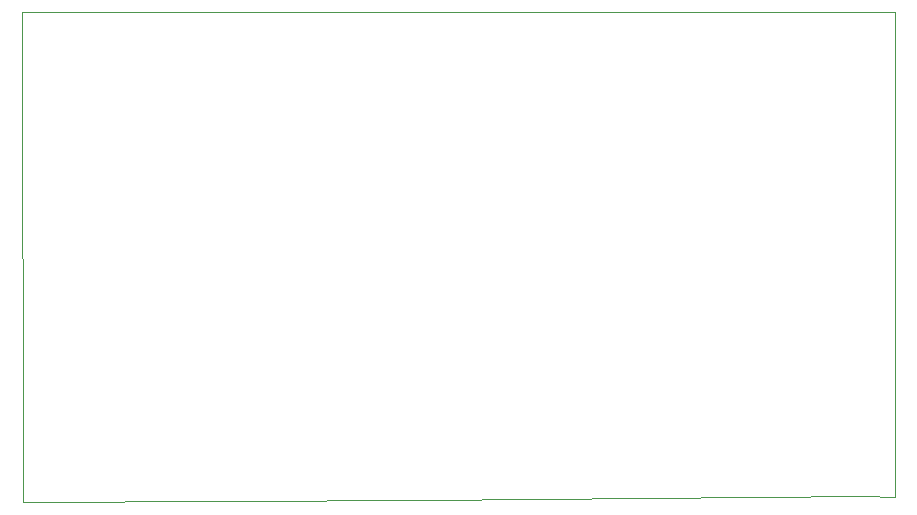
<source format=gbr>
%TF.GenerationSoftware,KiCad,Pcbnew,9.0.2*%
%TF.CreationDate,2025-07-12T15:53:06+01:00*%
%TF.ProjectId,EMG_hand_sensor,454d475f-6861-46e6-945f-73656e736f72,rev?*%
%TF.SameCoordinates,Original*%
%TF.FileFunction,Profile,NP*%
%FSLAX46Y46*%
G04 Gerber Fmt 4.6, Leading zero omitted, Abs format (unit mm)*
G04 Created by KiCad (PCBNEW 9.0.2) date 2025-07-12 15:53:06*
%MOMM*%
%LPD*%
G01*
G04 APERTURE LIST*
%TA.AperFunction,Profile*%
%ADD10C,0.050000*%
%TD*%
G04 APERTURE END LIST*
D10*
X143840002Y-91494000D02*
X143810000Y-50000000D01*
X215210000Y-50000000D02*
X217750000Y-50000000D01*
X217750000Y-91000000D02*
X215190000Y-90970000D01*
X217750000Y-50000000D02*
X217750000Y-91000000D01*
X178000000Y-91250000D02*
X143840002Y-91494000D01*
X143810000Y-50000000D02*
X215210000Y-50000000D01*
X178000000Y-91250000D02*
X215190000Y-90970000D01*
M02*

</source>
